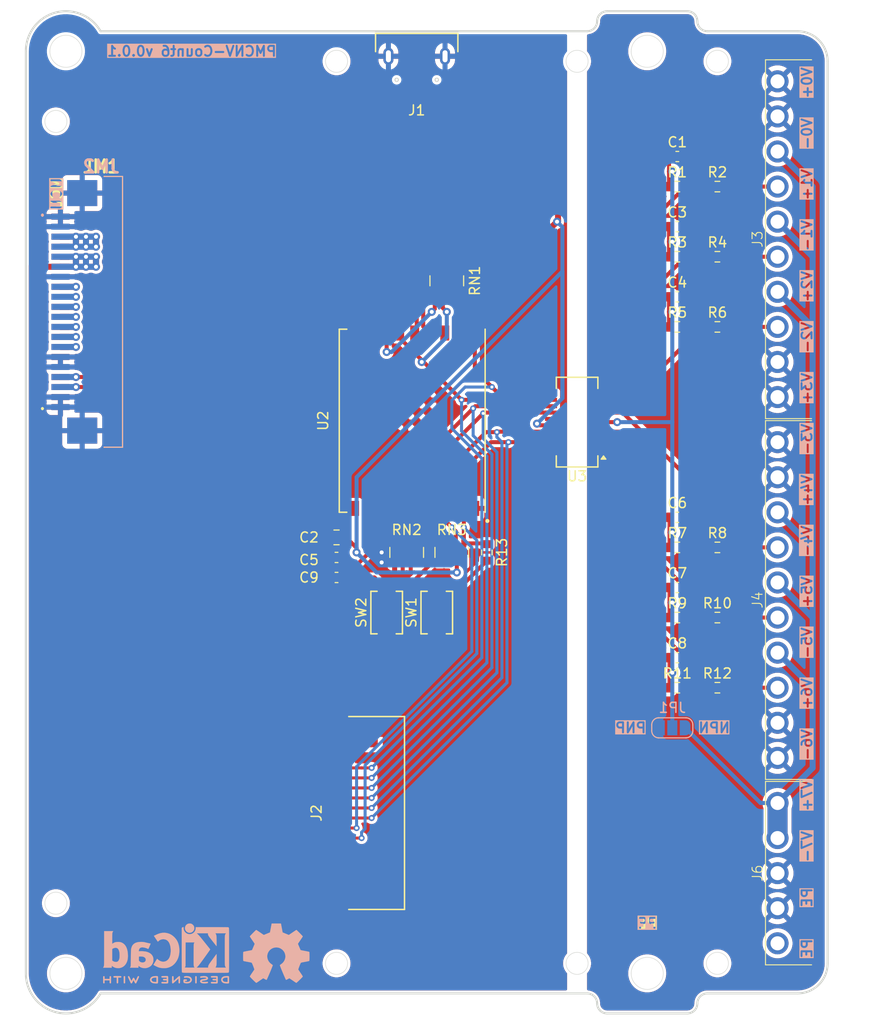
<source format=kicad_pcb>
(kicad_pcb (version 20241229) (generator "pcbnew") (generator_version "9.0")
  (title_block (title "${article} v${version}"))
  (layers (0 "F.Cu" signal) (2 "B.Cu" signal) (13 "F.Paste" user) (15 "B.Paste" user) (5 "F.SilkS" user "F.Silkscreen") (7 "B.SilkS" user "B.Silkscreen") (1 "F.Mask" user) (3 "B.Mask" user) (25 "Edge.Cuts" user))
  (property "article" "PMCNV-Count6")
  (property "version" "0.0.1")
  (net 0 "")
  (net 1 "/CS1_MCU")
  (net 2 "/MOSI_MCU")
  (net 3 "/CS3_MCU")
  (net 4 "/SCK_MCU")
  (net 5 "GND_MCU")
  (net 6 "/CS2_MCU")
  (net 7 "+5V_MCU")
  (net 8 "+3.3V_MCU")
  (net 9 "/CS0_MCU")
  (net 10 "/MISO_MCU")
  (net 11 "/SDA_MCU")
  (net 12 "/SCL_MCU")
  (net 13 "/USB_D-")
  (net 14 "/USB_D+")
  (net 17 "/COM_CNV")
  (net 18 "/a.0_div")
  (net 19 "/a.1_div")
  (net 20 "/a.2_div")
  (net 21 "/a.0_in")
  (net 22 "/a.1_in")
  (net 23 "/a.2_in")
  (net 24 "/a.3")
  (net 25 "/a.2")
  (net 26 "/a.5_div")
  (net 27 "/a.1")
  (net 28 "/a.4_div")
  (net 29 "/a.4")
  (net 30 "/a.5")
  (net 31 "/a.0")
  (net 32 "/a.3_div")
  (net 33 "/a.5_in")
  (net 34 "/a.4_in")
  (net 35 "/a.3_in")
  (net 36 "/PE")
  (net 37 "GND_CNV")
  (net 38 "L+_CNV")
  (net 44 "/EN")
  (net 45 "Net-(R13-Pad1)")
  (net 46 "/LED1")
  (net 49 "Net-(RN1D-R4.2)")
  (net 52 "/LED0")
  (footprint "kicad_inventree_lib:PM-ESP32C3_v0.0.5" (layer "F.Cu") (at 25 100)
    (property "Reference" "U1" (hide yes))
    (property "Value" "~" (hide yes))
    (fp_circle (center 3 -39) (end 4.1 -39) (stroke (width 0.05)) (fill no) (layer "Edge.Cuts"))
    (fp_circle (center 3 39) (end 4.1 39) (stroke (width 0.05)) (fill no) (layer "Edge.Cuts"))
    (fp_circle (center 31 -45) (end 32.1 -45) (stroke (width 0.05)) (fill no) (layer "Edge.Cuts"))
    (fp_circle (center 31 45) (end 32.1 45) (stroke (width 0.05)) (fill no) (layer "Edge.Cuts"))
  )
  (footprint "kicad_inventree_lib:15EDGRC-3.5-05P" (layer "F.Cu") (at 100 143 90)
    (property "Reference" "J6")
    (property "Value" "15EDGRC-3.5-05P")
  )
  (footprint "Resistor_SMD:R_Array_Convex_4x0603" (layer "F.Cu") (at 67 76.9 -90)
    (property "Reference" "RN1")
    (property "Value" "10k")
  )
  (footprint "Resistor_SMD:R_0603_1608Metric" (layer "F.Cu") (at 90 117.5)
    (property "Reference" "R11")
    (property "Value" "750R")
  )
  (footprint "Resistor_SMD:R_0603_1608Metric" (layer "F.Cu") (at 71 104 90)
    (property "Reference" "R13")
    (property "Value" "330R")
  )
  (footprint "Capacitor_SMD:C_0805_2012Metric" (layer "F.Cu") (at 56 102.5 180)
    (property "Reference" "C2")
    (property "Value" "10uF")
  )
  (footprint "Capacitor_SMD:C_0603_1608Metric" (layer "F.Cu") (at 56 104.5 180)
    (property "Reference" "C5")
    (property "Value" "1uF")
  )
  (footprint "kicad_inventree_lib:CONN10_AFA07-S12_JUS" (layer "F.Cu") (at 60 130 90)
    (property "Reference" "J2")
    (property "Value" "AFA07-S12FCC-00")
  )
  (footprint "Resistor_SMD:R_0603_1608Metric" (layer "F.Cu") (at 90 110.5)
    (property "Reference" "R9")
    (property "Value" "750R")
  )
  (footprint "kicad_inventree_lib:MountingHole_M3" (layer "F.Cu") (at 87 146)
    (property "Reference" "H7" (hide yes))
    (property "Value" "MountingHole_M3")
    (fp_circle (center 0 0) (end 1.6 0) (stroke (width 0.05)) (fill no) (layer "Edge.Cuts"))
  )
  (footprint "kicad_inventree_lib:SW_TS-1088_XNP-M" (layer "F.Cu") (at 66 110 90)
    (property "Reference" "SW1")
    (property "Value" "Button")
  )
  (footprint "Resistor_SMD:R_Array_Convex_4x0603" (layer "F.Cu") (at 67.5 104 -90)
    (property "Reference" "RN3")
    (property "Value" "10k")
  )
  (footprint "Resistor_SMD:R_0603_1608Metric" (layer "F.Cu") (at 94 67.5)
    (property "Reference" "R2")
    (property "Value" "2k7")
  )
  (footprint "Resistor_SMD:R_0603_1608Metric" (layer "F.Cu") (at 90 67.5)
    (property "Reference" "R1")
    (property "Value" "750R")
  )
  (footprint "kicad_inventree_lib:PM_LED-xx-v0.0.1" (layer "F.Cu") (at 90 100)
    (property "Reference" "SP1" (hide yes))
    (property "Value" "~")
    (fp_circle (center -10 -45) (end -8.9 -45) (stroke (width 0.05)) (fill no) (layer "Edge.Cuts"))
    (fp_circle (center -10 45) (end -8.9 45) (stroke (width 0.05)) (fill no) (layer "Edge.Cuts"))
    (fp_circle (center 4 -45) (end 5.1 -45) (stroke (width 0.05)) (fill no) (layer "Edge.Cuts"))
    (fp_circle (center 4 45) (end 5.1 45) (stroke (width 0.05)) (fill no) (layer "Edge.Cuts"))
  )
  (footprint "kicad_inventree_lib:SW_TS-1088_XNP-M" (layer "F.Cu") (at 61 110 90)
    (property "Reference" "SW2")
    (property "Value" "Button")
  )
  (footprint "Resistor_SMD:R_0603_1608Metric" (layer "F.Cu") (at 90 81.5)
    (property "Reference" "R5")
    (property "Value" "750R")
  )
  (footprint "Capacitor_SMD:C_0603_1608Metric" (layer "F.Cu") (at 56 106.5 180)
    (property "Reference" "C9")
    (property "Value" "1uF")
  )
  (footprint "Capacitor_SMD:C_0603_1608Metric" (layer "F.Cu") (at 90 71.5)
    (property "Reference" "C3")
    (property "Value" "2.2nF")
  )
  (footprint "Package_SO:SSOP-20_3.9x8.7mm_P0.635mm" (layer "F.Cu") (at 80 91 180)
    (property "Reference" "U3")
    (property "Value" "CA-IS3988P")
  )
  (footprint "kicad_inventree_lib:MountingHole_M3" (layer "F.Cu") (at 87 54)
    (property "Reference" "H4" (hide yes))
    (property "Value" "MountingHole_M3")
    (fp_circle (center 0 0) (end 1.6 0) (stroke (width 0.05)) (fill no) (layer "Edge.Cuts"))
  )
  (footprint "kicad_inventree_lib:MountingHole_M3" (layer "F.Cu") (at 29 54)
    (property "Reference" "H5" (hide yes))
    (property "Value" "MountingHole_M3")
    (fp_circle (center 0 0) (end 1.6 0) (stroke (width 0.05)) (fill no) (layer "Edge.Cuts"))
  )
  (footprint "Resistor_SMD:R_0603_1608Metric" (layer "F.Cu") (at 90 74.5)
    (property "Reference" "R3")
    (property "Value" "750R")
  )
  (footprint "kicad_inventree_lib:CONN5_H83-S1S_XKB" (layer "F.Cu") (at 65.299972 57.35185 180)
    (property "Reference" "J1")
    (property "Value" "U254-051T-4BH83-S1S")
    (fp_circle (center 3.299972 0.504008) (end 3.469972 0.504008) (stroke (width 0.1)) (fill no) (layer "Edge.Cuts"))
    (fp_circle (center -0.700028 0.504008) (end -0.530028 0.504008) (stroke (width 0.1)) (fill no) (layer "Edge.Cuts"))
  )
  (footprint "Resistor_SMD:R_Array_Convex_4x0603" (layer "F.Cu") (at 63 104 90)
    (property "Reference" "RN2")
    (property "Value" "10k")
  )
  (footprint "Capacitor_SMD:C_0603_1608Metric" (layer "F.Cu") (at 90 64.5)
    (property "Reference" "C1")
    (property "Value" "2.2nF")
  )
  (footprint "Resistor_SMD:R_0603_1608Metric" (layer "F.Cu") (at 94 74.5)
    (property "Reference" "R4")
    (property "Value" "2k7")
  )
  (footprint "Capacitor_SMD:C_0603_1608Metric" (layer "F.Cu") (at 90 114.5)
    (property "Reference" "C8")
    (property "Value" "2.2nF")
  )
  (footprint "kicad_inventree_lib:15EDGRC-3.5-10P" (layer "F.Cu") (at 100 124.5 90)
    (property "Reference" "J4")
    (property "Value" "15EDGRC-3.5-10P")
  )
  (footprint "Resistor_SMD:R_0603_1608Metric" (layer "F.Cu") (at 94 81.5)
    (property "Reference" "R6")
    (property "Value" "2k7")
  )
  (footprint "Resistor_SMD:R_0603_1608Metric" (layer "F.Cu") (at 94 110.5)
    (property "Reference" "R10")
    (property "Value" "2k7")
  )
  (footprint "kicad_inventree_lib:ESP32-C3-WROOM-02U_EXP" (layer "F.Cu") (at 63.55 90.86 90)
    (property "Reference" "U2")
    (property "Value" "ESP32-C3-WROOM-02U-N4")
  )
  (footprint "kicad_inventree_lib:AFA07S20FCA00" (layer "F.Cu") (at 32 80 90)
    (property "Reference" "JM1")
    (property "Value" "AFA07-S20FCC-00" (hide yes))
  )
  (footprint "kicad_inventree_lib:MountingHole_M3" (layer "F.Cu") (at 29 146)
    (property "Reference" "H6" (hide yes))
    (property "Value" "MountingHole_M3")
    (fp_circle (center 0 0) (end 1.6 0) (stroke (width 0.05)) (fill no) (layer "Edge.Cuts"))
  )
  (footprint "Resistor_SMD:R_0603_1608Metric" (layer "F.Cu") (at 94 103.5)
    (property "Reference" "R8")
    (property "Value" "2k7")
  )
  (footprint "Capacitor_SMD:C_0603_1608Metric" (layer "F.Cu") (at 90 78.5)
    (property "Reference" "C4")
    (property "Value" "2.2nF")
  )
  (footprint "Resistor_SMD:R_0603_1608Metric" (layer "F.Cu") (at 90 103.5)
    (property "Reference" "R7")
    (property "Value" "750R")
  )
  (footprint "Capacitor_SMD:C_0603_1608Metric" (layer "F.Cu") (at 90 107.5)
    (property "Reference" "C7")
    (property "Value" "2.2nF")
  )
  (footprint "Resistor_SMD:R_0603_1608Metric" (layer "F.Cu") (at 94 117.5)
    (property "Reference" "R12")
    (property "Value" "2k7")
  )
  (footprint "Capacitor_SMD:C_0603_1608Metric" (layer "F.Cu") (at 90 100.5)
    (property "Reference" "C6")
    (property "Value" "2.2nF")
  )
  (footprint "kicad_inventree_lib:15EDGRC-3.5-10P" (layer "F.Cu") (at 100 88.5 90)
    (property "Reference" "J3")
    (property "Value" "15EDGRC-3.5-10P")
  )
  (footprint "kicad_inventree_lib:SolderJumper-3_P1.3mm_Open_RoundedPad1.0x1.5mm" (layer "B.Cu") (at 89.5 121.5)
    (property "Reference" "JP1")
    (property "Value" "SolderJumper_3_Open")
  )
  (footprint "Symbol:KiCad-Logo2_5mm_SilkScreen" (layer "B.Cu") (at 39 144 180)
    (property "Reference" "kicad_logo" (hide yes))
    (property "Value" "KiCad-Logo2_5mm_SilkScreen" (hide yes))
  )
  (footprint "kicad_inventree_lib:AFA07S20FCA00" (layer "B.Cu") (at 32 80 -90)
    (property "Reference" "JM2")
    (property "Value" "AFA07-S20FCC-00" (hide yes))
  )
  (footprint "Symbol:OSHW-Symbol_6.7x6mm_SilkScreen" (layer "B.Cu") (at 50 144 180)
    (property "Reference" "oshw_logo" (hide yes))
    (property "Value" "OSHW-Symbol_6.7x6mm_SilkScreen" (hide yes))
  )
  (gr_arc (start 92 149) (mid 91.707107 149.707107) (end 91 150) (stroke (width 0.2)) (layer "Edge.Cuts"))
  (gr_line (start 91 50) (end 83 50) (stroke (width 0.2)) (layer "Edge.Cuts"))
  (gr_line (start 32.464101 52) (end 81 52) (stroke (width 0.2)) (layer "Edge.Cuts"))
  (gr_arc (start 32.464101 148) (mid 27.964724 149.863703) (end 25 146) (stroke (width 0.2)) (layer "Edge.Cuts"))
  (gr_arc (start 82 51) (mid 81.707107 51.707107) (end 81 52) (stroke (width 0.2)) (layer "Edge.Cuts"))
  (gr_line (start 81 148) (end 32.464101 148) (stroke (width 0.2)) (layer "Edge.Cuts"))
  (gr_arc (start 91 50) (mid 91.707107 50.292893) (end 92 51) (stroke (width 0.2)) (layer "Edge.Cuts"))
  (gr_line (start 93 52) (end 102 52) (stroke (width 0.2)) (layer "Edge.Cuts"))
  (gr_line (start 93 148) (end 102 148) (stroke (width 0.2)) (layer "Edge.Cuts"))
  (gr_arc (start 25.000001 54) (mid 27.964724 50.136298) (end 32.464101 52) (stroke (width 0.2)) (layer "Edge.Cuts"))
  (gr_arc (start 102 52) (mid 104.12132 52.87868) (end 105 55) (stroke (width 0.2)) (layer "Edge.Cuts"))
  (gr_line (start 105 55) (end 105 145) (stroke (width 0.2)) (layer "Edge.Cuts"))
  (gr_arc (start 105 145) (mid 104.12132 147.12132) (end 102 148) (stroke (width 0.2)) (layer "Edge.Cuts"))
  (gr_line (start 83 150) (end 91 150) (stroke (width 0.2)) (layer "Edge.Cuts"))
  (gr_line (start 25 146) (end 25 54) (stroke (width 0.2)) (layer "Edge.Cuts"))
  (gr_arc (start 81 148) (mid 81.707107 148.292893) (end 82 149) (stroke (width 0.2)) (layer "Edge.Cuts"))
  (gr_arc (start 82 51) (mid 82.292893 50.292893) (end 83 50) (stroke (width 0.2)) (layer "Edge.Cuts"))
  (gr_arc (start 93 52) (mid 92.292893 51.707107) (end 92 51) (stroke (width 0.2)) (layer "Edge.Cuts"))
  (gr_arc (start 83 150) (mid 82.292893 149.707107) (end 82 149) (stroke (width 0.2)) (layer "Edge.Cuts"))
  (gr_arc (start 92 149) (mid 92.292893 148.292893) (end 93 148) (stroke (width 0.2)) (layer "Edge.Cuts"))
  (gr_text "MCU" (at 27.5 66.5 90) (layer "F.SilkS" knockout) (effects (font (size 1 1) (thickness 0.2) (bold yes)) (justify right top)))
  (gr_text "PE" (at 87 141 0) (layer "F.SilkS" knockout) (effects (font (size 1 1) (thickness 0.2) (bold yes))))
  (gr_text "V1+" (at 102.94 67.31 90) (layer "B.SilkS" knockout) (effects (font (size 1 1) (thickness 0.2) (bold yes)) (justify mirror)))
  (gr_text "V7-" (at 102.94 133.35 90) (layer "B.SilkS" knockout) (effects (font (size 1 1) (thickness 0.2) (bold yes)) (justify mirror)))
  (gr_text "V2-" (at 102.94 82.55 90) (layer "B.SilkS" knockout) (effects (font (size 1 1) (thickness 0.2) (bold yes)) (justify mirror)))
  (gr_text "PNP" (at 87 121.5 0) (layer "B.SilkS" knockout) (effects (font (size 1 1) (thickness 0.2) (bold yes)) (justify left mirror)))
  (gr_text "V5+" (at 102.94 107.95 90) (layer "B.SilkS" knockout) (effects (font (size 1 1) (thickness 0.2) (bold yes)) (justify mirror)))
  (gr_text "MCU" (at 27.5 66.5 90) (layer "B.SilkS" knockout) (effects (font (size 1 1) (thickness 0.2) (bold yes)) (justify left top mirror)))
  (gr_text "V1-" (at 102.94 72.39 90) (layer "B.SilkS" knockout) (effects (font (size 1 1) (thickness 0.2) (bold yes)) (justify mirror)))
  (gr_text "NPN" (at 92 121.5 0) (layer "B.SilkS" knockout) (effects (font (size 1 1) (thickness 0.2) (bold yes)) (justify right mirror)))
  (gr_text "PE" (at 102.94 138.43 90) (layer "B.SilkS" knockout) (effects (font (size 1 1) (thickness 0.2) (bold yes)) (justify mirror)))
  (gr_text "V4+" (at 102.94 97.79 90) (layer "B.SilkS" knockout) (effects (font (size 1 1) (thickness 0.2) (bold yes)) (justify mirror)))
  (gr_text "V7+" (at 102.94 128.27 90) (layer "B.SilkS" knockout) (effects (font (size 1 1) (thickness 0.2) (bold yes)) (justify mirror)))
  (gr_text "V3-" (at 102.94 92.71 90) (layer "B.SilkS" knockout) (effects (font (size 1 1) (thickness 0.2) (bold yes)) (justify mirror)))
  (gr_text "V6-" (at 102.94 123.19 90) (layer "B.SilkS" knockout) (effects (font (size 1 1) (thickness 0.2) (bold yes)) (justify mirror)))
  (gr_text "V3+" (at 102.94 87.63 90) (layer "B.SilkS" knockout) (effects (font (size 1 1) (thickness 0.2) (bold yes)) (justify mirror)))
  (gr_text "V0-" (at 102.94 62.23 90) (layer "B.SilkS" knockout) (effects (font (size 1 1) (thickness 0.2) (bold yes)) (justify mirror)))
  (gr_text "V0+" (at 102.94 57.15 90) (layer "B.SilkS" knockout) (effects (font (size 1 1) (thickness 0.2) (bold yes)) (justify mirror)))
  (gr_text "PE" (at 102.94 143.51 90) (layer "B.SilkS" knockout) (effects (font (size 1 1) (thickness 0.2) (bold yes)) (justify mirror)))
  (gr_text "V6+" (at 102.94 118.11 90) (layer "B.SilkS" knockout) (effects (font (size 1 1) (thickness 0.2) (bold yes)) (justify mirror)))
  (gr_text "V4-" (at 102.94 102.87 90) (layer "B.SilkS" knockout) (effects (font (size 1 1) (thickness 0.2) (bold yes)) (justify mirror)))
  (gr_text "${article} v${version}" (at 33 54 0) (layer "B.SilkS" knockout) (effects (font (size 1 1) (thickness 0.2) (bold yes)) (justify right mirror)))
  (gr_text "V5-" (at 102.94 113.03 90) (layer "B.SilkS" knockout) (effects (font (size 1 1) (thickness 0.2) (bold yes)) (justify mirror)))
  (gr_text "V2+" (at 102.94 77.47 90) (layer "B.SilkS" knockout) (effects (font (size 1 1) (thickness 0.2) (bold yes)) (justify mirror)))
  (gr_text "PE" (at 87 141 -0) (layer "B.SilkS" knockout) (effects (font (size 1 1) (thickness 0.2) (bold yes)) (justify mirror)))
  (segment (start 28.454 81.5) (end 30 81.5) (width 0.6) (layer "F.Cu") (net 1))
  (via (at 30 81.5) (size 0.8) (drill 0.4) (layers "F.Cu" "B.Cu") (net 1))
  (segment (start 30 81.5) (end 28.454 81.5) (width 0.6) (layer "B.Cu") (net 1))
  (segment (start 28.454 77.5) (end 30 77.5) (width 0.6) (layer "F.Cu") (net 2))
  (via (at 30 77.5) (size 0.8) (drill 0.4) (layers "F.Cu" "B.Cu") (net 2))
  (segment (start 30 77.5) (end 28.454 77.5) (width 0.6) (layer "B.Cu") (net 2))
  (segment (start 28.454 83.5) (end 30 83.5) (width 0.6) (layer "F.Cu") (net 3))
  (via (at 30 83.5) (size 0.8) (drill 0.4) (layers "F.Cu" "B.Cu") (net 3))
  (segment (start 30 83.5) (end 28.454 83.5) (width 0.6) (layer "B.Cu") (net 3))
  (segment (start 28.454 79.5) (end 30 79.5) (width 0.6) (layer "F.Cu") (net 4))
  (via (at 30 79.5) (size 0.8) (drill 0.4) (layers "F.Cu" "B.Cu") (net 4))
  (segment (start 30 79.5) (end 28.454 79.5) (width 0.6) (layer "B.Cu") (net 4))
  (via (at 60.5 104) (size 0.8) (drill 0.4) (layers "F.Cu" "B.Cu") (net 5))
  (via (at 60.5 105) (size 0.8) (drill 0.4) (layers "F.Cu" "B.Cu") (net 5))
  (segment (start 28.454 82.5) (end 30 82.5) (width 0.6) (layer "F.Cu") (net 6))
  (via (at 30 82.5) (size 0.8) (drill 0.4) (layers "F.Cu" "B.Cu") (net 6))
  (segment (start 30 82.5) (end 28.454 82.5) (width 0.6) (layer "B.Cu") (net 6))
  (segment (start 30 72.5) (end 30 73.5) (width 0.6) (layer "F.Cu") (net 7))
  (segment (start 28.454 72.5) (end 30 72.5) (width 0.6) (layer "F.Cu") (net 7))
  (segment (start 30 72.5) (end 31 72.5) (width 0.6) (layer "F.Cu") (net 7))
  (segment (start 32 72.5) (end 32 73.5) (width 0.6) (layer "F.Cu") (net 7))
  (segment (start 31 72.5) (end 31 73.5) (width 0.6) (layer "F.Cu") (net 7))
  (segment (start 31 72.5) (end 32 72.5) (width 0.6) (layer "F.Cu") (net 7))
  (segment (start 31 73.5) (end 32 73.5) (width 0.6) (layer "F.Cu") (net 7))
  (segment (start 30 73.5) (end 31 73.5) (width 0.6) (layer "F.Cu") (net 7))
  (segment (start 28.454 73.5) (end 30 73.5) (width 0.6) (layer "F.Cu") (net 7))
  (via (at 32 72.5) (size 0.8) (drill 0.4) (layers "F.Cu" "B.Cu") (net 7))
  (via (at 32 73.5) (size 0.8) (drill 0.4) (layers "F.Cu" "B.Cu") (net 7))
  (via (at 30 72.5) (size 0.8) (drill 0.4) (layers "F.Cu" "B.Cu") (net 7))
  (via (at 31 73.5) (size 0.8) (drill 0.4) (layers "F.Cu" "B.Cu") (net 7))
  (via (at 31 72.5) (size 0.8) (drill 0.4) (layers "F.Cu" "B.Cu") (net 7))
  (via (at 30 73.5) (size 0.8) (drill 0.4) (layers "F.Cu" "B.Cu") (net 7))
  (segment (start 30 73.5) (end 30 72.5) (width 0.6) (layer "B.Cu") (net 7))
  (segment (start 32 73.5) (end 32 72.5) (width 0.6) (layer "B.Cu") (net 7))
  (segment (start 32 72.5) (end 28.454 72.5) (width 0.6) (layer "B.Cu") (net 7))
  (segment (start 31 73.5) (end 31 72.5) (width 0.6) (layer "B.Cu") (net 7))
  (segment (start 32 73.5) (end 28.454 73.5) (width 0.6) (layer "B.Cu") (net 7))
  (segment (start 58 103.55) (end 56.95 102.5) (width 0.4) (layer "F.Cu") (net 8))
  (segment (start 68 106) (end 68 105) (width 0.4) (layer "F.Cu") (net 8))
  (segment (start 76 91.1525) (end 76.165 91.3175) (width 0.4) (layer "F.Cu") (net 8))
  (segment (start 26.5 75.5) (end 26.099 75.099) (width 0.6) (layer "F.Cu") (net 8))
  (segment (start 67.1 104.9) (end 68.7 104.9) (width 0.4) (layer "F.Cu") (net 8))
  (segment (start 28.454 75.5) (end 26.5 75.5) (width 0.6) (layer "F.Cu") (net 8))
  (segment (start 68 105) (end 67.9 104.9) (width 0.4) (layer "F.Cu") (net 8))
  (segment (start 65.899 75.099) (end 65.8 75.198) (width 0.6) (layer "F.Cu") (net 8))
  (segment (start 76.396842 52.896842) (end 78.099 54.599) (width 0.6) (layer "F.Cu") (net 8))
  (segment (start 58 104) (end 58 103.55) (width 0.4) (layer "F.Cu") (net 8))
  (segment (start 78.099 54.599) (end 78.099 70.901) (width 0.6) (layer "F.Cu") (net 8))
  (segment (start 56.775 102.675) (end 56.95 102.5) (width 0.4) (layer "F.Cu") (net 8))
  (segment (start 73.901 75.099) (end 65.899 75.099) (width 0.6) (layer "F.Cu") (net 8))
  (segment (start 56.95 100.460002) (end 57.800002 99.61) (width 0.4) (layer "F.Cu") (net 8))
  (segment (start 31 74.5) (end 31 75.5) (width 0.6) (layer "F.Cu") (net 8))
  (segment (start 31 75.5) (end 32 75.5) (width 0.6) (layer "F.Cu") (net 8))
  (segment (start 28.5 58.5) (end 34.103158 52.896842) (width 0.6) (layer "F.Cu") (net 8))
  (segment (start 28.454 74.5) (end 30 74.5) (width 0.6) (layer "F.Cu") (net 8))
  (segment (start 78 71) (end 73.901 75.099) (width 0.6) (layer "F.Cu") (net 8))
  (segment (start 76.165 91.3175) (end 77.4 91.3175) (width 0.4) (layer "F.Cu") (net 8))
  (segment (start 26.099 75.099) (end 26.099 59.401) (width 0.6) (layer "F.Cu") (net 8))
  (segment (start 30 74.5) (end 31 74.5) (width 0.6) (layer "F.Cu") (net 8))
  (segment (start 34.103158 52.896842) (end 76.396842 52.896842) (width 0.6) (layer "F.Cu") (net 8))
  (segment (start 27 58.5) (end 28.5 58.5) (width 0.6) (layer "F.Cu") (net 8))
  (segment (start 56.775 104.5) (end 56.775 102.675) (width 0.4) (layer "F.Cu") (net 8))
  (segment (start 56.95 102.5) (end 56.95 100.460002) (width 0.4) (layer "F.Cu") (net 8))
  (segment (start 32 74.5) (end 32 75.5) (width 0.6) (layer "F.Cu") (net 8))
  (segment (start 65.8 75.198) (end 65.8 76) (width 0.6) (layer "F.Cu") (net 8))
  (segment (start 31 74.5) (end 32 74.5) (width 0.6) (layer "F.Cu") (net 8))
  (segment (start 78.099 70.901) (end 78 71) (width 0.6) (layer "F.Cu") (net 8))
  (segment (start 28.454 75.5) (end 30 75.5) (width 0.6) (layer "F.Cu") (net 8))
  (segment (start 30 75.5) (end 31 75.5) (width 0.6) (layer "F.Cu") (net 8))
  (segment (start 26.099 59.401) (end 27 58.5) (width 0.6) (layer "F.Cu") (net 8))
  (segment (start 30 74.5) (end 30 75.5) (width 0.6) (layer "F.Cu") (net 8))
  (via (at 30 74.5) (size 0.8) (drill 0.4) (layers "F.Cu" "B.Cu") (net 8))
  (via (at 76 91.1525) (size 0.8) (drill 0.4) (layers "F.Cu" "B.Cu") (net 8))
  (via (at 32 74.5) (size 0.8) (drill 0.4) (layers "F.Cu" "B.Cu") (net 8))
  (via (at 68 106) (size 0.8) (drill 0.4) (layers "F.Cu" "B.Cu") (net 8))
  (via (at 31 74.5) (size 0.8) (drill 0.4) (layers "F.Cu" "B.Cu") (net 8))
  (via (at 78 71) (size 0.8) (drill 0.4) (layers "F.Cu" "B.Cu") (net 8))
  (via (at 30 75.5) (size 0.8) (drill 0.4) (layers "F.Cu" "B.Cu") (net 8))
  (via (at 58 104) (size 0.8) (drill 0.4) (layers "F.Cu" "B.Cu") (net 8))
  (via (at 32 75.5) (size 0.8) (drill 0.4) (layers "F.Cu" "B.Cu") (net 8))
  (via (at 31 75.5) (size 0.8) (drill 0.4) (layers "F.Cu" "B.Cu") (net 8))
  (segment (start 58 96.5) (end 58 104) (width 0.4) (layer "B.Cu") (net 8))
  (segment (start 78.535582 88.616918) (end 78.535582 71.535582) (width 0.4) (layer "B.Cu") (net 8))
  (segment (start 68 106) (end 60 106) (width 0.4) (layer "B.Cu") (net 8))
  (segment (start 60 106) (end 58 104) (width 0.4) (layer "B.Cu") (net 8))
  (segment (start 32 75.5) (end 28.454 75.5) (width 0.6) (layer "B.Cu") (net 8))
  (segment (start 30 74.5) (end 30 75.5) (width 0.6) (layer "B.Cu") (net 8))
  (segment (start 32 74.5) (end 32 75.5) (width 0.6) (layer "B.Cu") (net 8))
  (segment (start 78.535582 88.616918) (end 78.535582 75.964418) (width 0.4) (layer "B.Cu") (net 8))
  (segment (start 78.535582 71.535582) (end 78 71) (width 0.4) (layer "B.Cu") (net 8))
  (segment (start 76 91.1525) (end 78.535582 88.616918) (width 0.4) (layer "B.Cu") (net 8))
  (segment (start 32 74.5) (end 28.454 74.5) (width 0.6) (layer "B.Cu") (net 8))
  (segment (start 78.535582 75.964418) (end 58 96.5) (width 0.4) (layer "B.Cu") (net 8))
  (segment (start 31 74.5) (end 31 75.5) (width 0.6) (layer "B.Cu") (net 8))
  (segment (start 28.454 80.5) (end 30 80.5) (width 0.6) (layer "F.Cu") (net 9))
  (via (at 30 80.5) (size 0.8) (drill 0.4) (layers "F.Cu" "B.Cu") (net 9))
  (segment (start 30 80.5) (end 28.454 80.5) (width 0.6) (layer "B.Cu") (net 9))
  (segment (start 28.454 78.5) (end 30 78.5) (width 0.6) (layer "F.Cu") (net 10))
  (via (at 30 78.5) (size 0.8) (drill 0.4) (layers "F.Cu" "B.Cu") (net 10))
  (segment (start 30 78.5) (end 28.454 78.5) (width 0.6) (layer "B.Cu") (net 10))
  (segment (start 59.299999 81.6142) (end 58.185799 80.5) (width 0.4) (layer "F.Cu") (net 11))
  (segment (start 30 86.5) (end 28.454 86.5) (width 0.4) (layer "F.Cu") (net 11))
  (segment (start 37.5 80.5) (end 31.5 86.5) (width 0.4) (layer "F.Cu") (net 11))
  (segment (start 31.5 86.5) (end 30 86.5) (width 0.4) (layer "F.Cu") (net 11))
  (segment (start 59.299999 82.11) (end 59.299999 81.6142) (width 0.4) (layer "F.Cu") (net 11))
  (segment (start 58.185799 80.5) (end 37.5 80.5) (width 0.4) (layer "F.Cu") (net 11))
  (via (at 30 86.5) (size 0.8) (drill 0.4) (layers "F.Cu" "B.Cu") (net 11))
  (segment (start 30 86.5) (end 28.454 86.5) (width 0.6) (layer "B.Cu") (net 11))
  (segment (start 30 87.5) (end 32 87.5) (width 0.4) (layer "F.Cu") (net 12))
  (segment (start 57.689999 82) (end 57.799999 82.11) (width 0.4) (layer "F.Cu") (net 12))
  (segment (start 32 87.5) (end 37.5 82) (width 0.4) (layer "F.Cu") (net 12))
  (segment (start 37.5 82) (end 57.689999 82) (width 0.4) (layer "F.Cu") (net 12))
  (segment (start 28.454 87.5) (end 30 87.5) (width 0.4) (layer "F.Cu") (net 12))
  (via (at 30 87.5) (size 0.8) (drill 0.4) (layers "F.Cu" "B.Cu") (net 12))
  (segment (start 28.454 87.5) (end 30 87.5) (width 0.6) (layer "B.Cu") (net 12))
  (segment (start 64.649986 81.459986) (end 65.3 82.11) (width 0.4) (layer "F.Cu") (net 13))
  (segment (start 64.649986 57.122958) (end 64.649986 81.459986) (width 0.4) (layer "F.Cu") (net 13))
  (segment (start 64 81.91) (end 64 57.122958) (width 0.4) (layer "F.Cu") (net 14))
  (segment (start 63.8 82.11) (end 64 81.91) (width 0.4) (layer "F.Cu") (net 14))
  (segment (start 89.225 107.5) (end 89.225 109) (width 0.4) (layer "F.Cu") (net 17))
  (segment (start 89.175 78.55) (end 89.225 78.5) (width 0.4) (layer "F.Cu") (net 17))
  (segment (start 89.175 66) (end 89.175 64.55) (width 0.4) (layer "F.Cu") (net 17))
  (segment (start 89.175 64.55) (end 89.225 64.5) (width 0.4) (layer "F.Cu") (net 17))
  (segment (start 89.225 109) (end 89.225 110.45) (width 0.4) (layer "F.Cu") (net 17))
  (segment (start 89.175 73) (end 89.175 71.55) (width 0.4) (layer "F.Cu") (net 17))
  (segment (start 89.225 114.5) (end 89.225 117.45) (width 0.4) (layer "F.Cu") (net 17))
  (segment (start 89.225 103.45) (end 89.175 103.5) (width 0.4) (layer "F.Cu") (net 17))
  (segment (start 89.5 102) (end 89.225 102) (width 0.4) (layer "F.Cu") (net 17))
  (segment (start 89.175 81.5) (end 89.175 80) (width 0.4) (layer "F.Cu") (net 17))
  (segment (start 82.6 90.6825) (end 82.6 91.3175) (width 0.4) (layer "F.Cu") (net 17))
  (segment (start 89.175 74.5) (end 89.175 73) (width 0.4) (layer "F.Cu") (net 17))
  (segment (start 89.5 73) (end 89.175 73) (width 0.4) (layer "F.Cu") (net 17))
  (segment (start 89.175 67.5) (end 89.175 66) (width 0.4) (layer "F.Cu") (net 17))
  (segment (start 89.225 110.45) (end 89.175 110.5) (width 0.4) (layer "F.Cu") (net 17))
  (segment (start 89.5 66) (end 89.175 66) (width 0.4) (layer "F.Cu") (net 17))
  (segment (start 82.9175 91) (end 82.6 91.3175) (width 0.4) (layer "F.Cu") (net 17))
  (segment (start 89.5 116) (end 89.225 116) (width 0.4) (layer "F.Cu") (net 17))
  (segment (start 89.5 80) (end 89.175 80) (width 0.4) (layer "F.Cu") (net 17))
  (segment (start 84 91) (end 82.9175 91) (width 0.4) (layer "F.Cu") (net 17))
  (segment (start 89.225 100.5) (end 89.225 102) (width 0.4) (layer "F.Cu") (net 17))
  (segment (start 89.175 80) (end 89.175 78.55) (width 0.4) (layer "F.Cu") (net 17))
  (segment (start 89.225 117.45) (end 89.175 117.5) (width 0.4) (layer "F.Cu") (net 17))
  (segment (start 89.5 109) (end 89.225 109) (width 0.4) (layer "F.Cu") (net 17))
  (segment (start 89.225 102) (end 89.225 103.45) (width 0.4) (layer "F.Cu") (net 17))
  (segment (start 89.175 71.55) (end 89.225 71.5) (width 0.4) (layer "F.Cu") (net 17))
  (via (at 89.5 73) (size 0.8) (drill 0.4) (layers "F.Cu" "B.Cu") (net 17))
  (via (at 89.5 116) (size 0.8) (drill 0.4) (layers "F.Cu" "B.Cu") (net 17))
  (via (at 84 91) (size 0.8) (drill 0.4) (layers "F.Cu" "B.Cu") (net 17))
  (via (at 89.5 66) (size 0.8) (drill 0.4) (layers "F.Cu" "B.Cu") (net 17))
  (via (at 89.5 102) (size 0.8) (drill 0.4) (layers "F.Cu" "B.Cu") (net 17))
  (via (at 89.5 80) (size 0.8) (drill 0.4) (layers "F.Cu" "B.Cu") (net 17))
  (via (at 89.5 109) (size 0.8) (drill 0.4) (layers "F.Cu" "B.Cu") (net 17))
  (segment (start 89.5 109) (end 89.5 102) (width 0.4) (layer "B.Cu") (net 17))
  (segment (start 89.5 91) (end 84 91) (width 0.4) (layer "B.Cu") (net 17))
  (segment (start 89.5 91) (end 89.5 80) (width 0.4) (layer "B.Cu") (net 17))
  (segment (start 89.5 121.5) (end 89.5 116) (width 0.4) (layer "B.Cu") (net 17))
  (segment (start 89.5 116) (end 89.5 109) (width 0.4) (layer "B.Cu") (net 17))
  (segment (start 89.5 80) (end 89.5 73) (width 0.4) (layer "B.Cu") (net 17))
  (segment (start 89.5 102) (end 89.5 91) (width 0.4) (layer "B.Cu") (net 17))
  (segment (start 89.5 73) (end 89.5 66) (width 0.4) (layer "B.Cu") (net 17))
  (segment (start 93.175 67.5) (end 90.825 67.5) (width 0.4) (layer "F.Cu") (net 18))
  (segment (start 90.825 67.5) (end 90.825 64.55) (width 0.4) (layer "F.Cu") (net 18))
  (segment (start 84.899 73.426) (end 84.899 85.8435) (width 0.4) (layer "F.Cu") (net 18))
  (segment (start 84.899 85.8435) (end 82.6 88.1425) (width 0.4) (layer "F.Cu") (net 18))
  (segment (start 90.825 64.55) (end 90.775 64.5) (width 0.4) (layer "F.Cu") (net 18))
  (segment (start 90.825 67.5) (end 84.899 73.426) (width 0.4) (layer "F.Cu") (net 18))
  (segment (start 90.825 74.5) (end 93.175 74.5) (width 0.4) (layer "F.Cu") (net 19))
  (segment (start 90.825 74.5) (end 85.5 79.825) (width 0.4) (layer "F.Cu") (net 19))
  (segment (start 84.372558 88.7775) (end 82.6 88.7775) (width 0.4) (layer "F.Cu") (net 19))
  (segment (start 90.825 74.5) (end 90.825 71.55) (width 0.4) (layer "F.Cu") (net 19))
  (segment (start 85.5 87.650058) (end 84.372558 88.7775) (width 0.4) (layer "F.Cu") (net 19))
  (segment (start 90.825 71.55) (end 90.775 71.5) (width 0.4) (layer "F.Cu") (net 19))
  (segment (start 85.5 79.825) (end 85.5 87.650058) (width 0.4) (layer "F.Cu") (net 19))
  (segment (start 90.825 81.5) (end 90.825 78.55) (width 0.4) (layer "F.Cu") (net 20))
  (segment (start 82.6 89.4125) (end 84.5875 89.4125) (width 0.4) (layer "F.Cu") (net 20))
  (segment (start 90.825 83.175) (end 90.825 81.5) (width 0.4) (layer "F.Cu") (net 20))
  (segment (start 90.825 81.5) (end 93.175 81.5) (width 0.4) (layer "F.Cu") (net 20))
  (segment (start 84.5875 89.4125) (end 90.825 83.175) (width 0.4) (layer "F.Cu") (net 20))
  (segment (start 90.825 78.55) (end 90.775 78.5) (width 0.4) (layer "F.Cu") (net 20))
  (segment (start 94.825 67.5) (end 100 67.5) (width 0.4) (layer "F.Cu") (net 21))
  (segment (start 94.825 74.5) (end 100 74.5) (width 0.4) (layer "F.Cu") (net 22))
  (segment (start 94.825 81.5) (end 100 81.5) (width 0.4) (layer "F.Cu") (net 23))
  (segment (start 62.3 99.61) (end 62.6 99.91) (width 0.4) (layer "F.Cu") (net 24))
  (segment (start 62.3 99.61) (end 62.3 98.4607) (width 0.4) (layer "F.Cu") (net 24))
  (segment (start 62.3 98.4607) (end 70.63035 90.13035) (width 0.4) (layer "F.Cu") (net 24))
  (segment (start 59.5 128.5) (end 56.444 128.5) (width 0.3) (layer "F.Cu") (net 24))
  (segment (start 62.6 99.91) (end 62.6 103.1) (width 0.4) (layer "F.Cu") (net 24))
  (segment (start 70.7132 90.0475) (end 77.4 90.0475) (width 0.4) (layer "F.Cu") (net 24))
  (segment (start 70.63035 90.13035) (end 70.7132 90.0475) (width 0.4) (layer "F.Cu") (net 24))
  (via (at 59.5 128.5) (size 0.6) (drill 0.3) (layers "F.Cu" "B.Cu") (net 24))
  (via (at 70.63035 90.13035) (size 0.6) (drill 0.3) (layers "F.Cu" "B.Cu") (net 24))
  (segment (start 70.63035 92.63035) (end 72.001 94.001) (width 0.3) (layer "B.Cu") (net 24))
  (segment (start 70.63035 90.13035) (end 70.63035 92.63035) (width 0.3) (layer "B.Cu") (net 24))
  (segment (start 72.001 115.999) (end 59.5 128.5) (width 0.3) (layer "B.Cu") (net 24))
  (segment (start 72.001 94.001) (end 72.001 115.999) (width 0.3) (layer "B.Cu") (net 24))
  (segment (start 59.499998 127.500002) (end 59.5 127.5) (width 0.3) (layer "F.Cu") (net 25))
  (segment (start 69.848201 89.4125) (end 77.4 89.4125) (width 0.4) (layer "F.Cu") (net 25))
  (segment (start 60.800001 99.61) (end 60.800001 102.100001) (width 0.4) (layer "F.Cu") (net 25))
  (segment (start 69.630351 89.630351) (end 69.848201 89.4125) (width 0.4) (layer "F.Cu") (net 25))
  (segment (start 56.444 127.500002) (end 59.499998 127.500002) (width 0.3) (layer "F.Cu") (net 25))
  (segment (start 60.800001 102.100001) (end 61.8 103.1) (width 0.4) (layer "F.Cu") (net 25))
  (segment (start 60.800001 99.61) (end 60.800001 98.4607) (width 0.4) (layer "F.Cu") (net 25))
  (segment (start 60.800001 98.4607) (end 69.630351 89.630351) (width 0.4) (layer "F.Cu") (net 25))
  (via (at 69.630351 89.630351) (size 0.6) (drill 0.3) (layers "F.Cu" "B.Cu") (net 25))
  (via (at 59.5 127.5) (size 0.6) (drill 0.3) (layers "F.Cu" "B.Cu") (net 25))
  (segment (start 69.630351 92.338871) (end 71.5 94.20852) (width 0.3) (layer "B.Cu") (net 25))
  (segment (start 71.5 115.5) (end 59.5 127.5) (width 0.3) (layer "B.Cu") (net 25))
  (segment (start 69.630351 89.630351) (end 69.630351 92.338871) (width 0.3) (layer "B.Cu") (net 25))
  (segment (start 71.5 94.20852) (end 71.5 115.5) (width 0.3) (layer "B.Cu") (net 25))
  (segment (start 90.775 114.5) (end 90.775 117.45) (width 0.4) (layer "F.Cu") (net 26))
  (segment (start 83.6 92.5875) (end 85.399 94.3865) (width 0.4) (layer "F.Cu") (net 26))
  (segment (start 90.775 117.45) (end 90.825 117.5) (width 0.4) (layer "F.Cu") (net 26))
  (segment (start 85.399 109.124) (end 90.775 114.5) (width 0.4) (layer "F.Cu") (net 26))
  (segment (start 85.399 94.3865) (end 85.399 109.124) (width 0.4) (layer "F.Cu") (net 26))
  (segment (start 82.6 92.5875) (end 83.6 92.5875) (width 0.4) (layer "F.Cu") (net 26))
  (segment (start 90.825 117.5) (end 93.175 117.5) (width 0.4) (layer "F.Cu") (net 26))
  (segment (start 77.4 88.7775) (end 68.4717 88.7775) (width 0.4) (layer "F.Cu") (net 27))
  (segment (start 66.6 79.6) (end 67 80) (width 0.4) (layer "F.Cu") (net 27))
  (segment (start 62.3 82.6058) (end 62.3 82.11) (width 0.4) (layer "F.Cu") (net 27))
  (segment (start 66.6 77.8) (end 66.6 79.6) (width 0.4) (layer "F.Cu") (net 27))
  (segment (start 68.4717 88.7775) (end 65.0971 85.4029) (width 0.4) (layer "F.Cu") (net 27))
  (segment (start 59.499996 126.500004) (end 59.5 126.5) (width 0.3) (layer "F.Cu") (net 27))
  (segment (start 65.0971 85.4029) (end 62.3 82.6058) (width 0.4) (layer "F.Cu") (net 27))
  (segment (start 56.444 126.500004) (end 59.499996 126.500004) (width 0.3) (layer "F.Cu") (net 27))
  (via (at 64.5 85) (size 0.8) (drill 0.4) (layers "F.Cu" "B.Cu") (net 27))
  (via (at 59.5 126.5) (size 0.6) (drill 0.3) (layers "F.Cu" "B.Cu") (net 27))
  (via (at 68.4717 88.7775) (size 0.6) (drill 0.3) (layers "F.Cu" "B.Cu") (net 27))
  (via (at 67 80) (size 0.8) (drill 0.4) (layers "F.Cu" "B.Cu") (net 27))
  (segment (start 70.999 94.41604) (end 70.999 115.001) (width 0.3) (layer "B.Cu") (net 27))
  (segment (start 68.4717 88.7775) (end 68.4717 91.88874) (width 0.3) (layer "B.Cu") (net 27))
  (segment (start 67 80) (end 67 82.5) (width 0.4) (layer "B.Cu") (net 27))
  (segment (start 68.4717 91.88874) (end 70.999 94.41604) (width 0.3) (layer "B.Cu") (net 27))
  (segment (start 67 82.5) (end 64.5 85) (width 0.4) (layer "B.Cu") (net 27))
  (segment (start 70.999 115.001) (end 59.5 126.5) (width 0.3) (layer "B.Cu") (net 27))
  (segment (start 90.825 107.55) (end 90.825 110.5) (width 0.4) (layer "F.Cu") (net 28))
  (segment (start 90.825 110.5) (end 93.175 110.5) (width 0.4) (layer "F.Cu") (net 28))
  (segment (start 82.6 91.9525) (end 84.4525 91.9525) (width 0.4) (layer "F.Cu") (net 28))
  (segment (start 86 102.725) (end 90.825 107.55) (width 0.4) (layer "F.Cu") (net 28))
  (segment (start 86 93.5) (end 86 102.725) (width 0.4) (layer "F.Cu") (net 28))
  (segment (start 84.4525 91.9525) (end 86 93.5) (width 0.4) (layer "F.Cu") (net 28))
  (segment (start 63.8 99.1142) (end 63.8 99.61) (width 0.4) (layer "F.Cu") (net 29))
  (segment (start 63.4 103.1) (end 63.4 100.01) (width 0.4) (layer "F.Cu") (net 29))
  (segment (start 63.4 100.01) (end 63.8 99.61) (width 0.4) (layer "F.Cu") (net 29))
  (segment (start 70.9142 92) (end 63.8 99.1142) (width 0.4) (layer "F.Cu") (net 29))
  (segment (start 59.5 129.5) (end 56.444 129.5) (width 0.3) (layer "F.Cu") (net 29))
  (segment (start 72 92) (end 70.9142 92) (width 0.4) (layer "F.Cu") (net 29))
  (segment (start 72 92) (end 72.0475 91.9525) (width 0.4) (layer "F.Cu") (net 29))
  (segment (start 72.0475 91.9525) (end 77.4 91.9525) (width 0.4) (layer "F.Cu") (net 29))
  (via (at 72 92) (size 0.6) (drill 0.3) (layers "F.Cu" "B.Cu") (net 29))
  (via (at 59.5 129.5) (size 0.6) (drill 0.3) (layers "F.Cu" "B.Cu") (net 29))
  (segment (start 72 92.5) (end 72.502 93.002) (width 0.3) (layer "B.Cu") (net 29))
  (segment (start 72.502 116.498) (end 59.5 129.5) (width 0.3) (layer "B.Cu") (net 29))
  (segment (start 72.502 93.002) (end 72.502 116.498) (width 0.3) (layer "B.Cu") (net 29))
  (segment (start 72 92) (end 72 92.5) (width 0.3) (layer "B.Cu") (net 29))
  (segment (start 73.151995 92.99939) (end 74.00061 92.99939) (width 0.4) (layer "F.Cu") (net 30))
  (segment (start 65.3 102) (end 65.3 99.61) (width 0.4) (layer "F.Cu") (net 30))
  (segment (start 56.444 130.5) (end 59.5 130.5) (width 0.3) (layer "F.Cu") (net 30))
  (segment (start 73.151385 93) (end 71.414202 93) (width 0.4) (layer "F.Cu") (net 30))
  (segment (start 64.2 103.1) (end 65.3 102) (width 0.4) (layer "F.Cu") (net 30))
  (segment (start 65.3 99.114202) (end 65.3 99.61) (width 0.4) (layer "F.Cu") (net 30))
  (segment (start 74.4125 92.5875) (end 77.4 92.5875) (width 0.4) (layer "F.Cu") (net 30))
  (segment (start 73.151995 92.99939) (end 73.151385 93) (width 0.4) (layer "F.Cu") (net 30))
  (segment (start 71.414202 93) (end 65.3 99.114202) (width 0.4) (layer "F.Cu") (net 30))
  (segment (start 74.00061 92.99939) (end 74.4125 92.5875) (width 0.4) (layer "F.Cu") (net 30))
  (via (at 73.151995 92.99939) (size 0.6) (drill 0.3) (layers "F.Cu" "B.Cu") (net 30))
  (via (at 59.5 130.5) (size 0.6) (drill 0.3) (layers "F.Cu" "B.Cu") (net 30))
  (segment (start 73.151995 92.99939) (end 73.003 93.148385) (width 0.3) (layer "B.Cu") (net 30))
  (segment (start 73.003 116.997) (end 59.5 130.5) (width 0.3) (layer "B.Cu") (net 30))
  (segment (start 73.003 93.148385) (end 73.003 116.997) (width 0.3) (layer "B.Cu") (net 30))
  (segment (start 58.5 125.5) (end 58.499994 125.500006) (width 0.3) (layer "F.Cu") (net 31))
  (segment (start 69.799998 82.11) (end 69.799998 79.399998) (width 0.4) (layer "F.Cu") (net 31))
  (segment (start 72.1425 88.1425) (end 71.5 87.5) (width 0.4) (layer "F.Cu") (net 31))
  (segment (start 58.499994 125.500006) (end 56.444 125.500006) (width 0.3) (layer "F.Cu") (net 31))
  (segment (start 59.5 125.5) (end 58.5 125.5) (width 0.3) (layer "F.Cu") (net 31))
  (segment (start 69.799998 79.399998) (end 68.2 77.8) (width 0.4) (layer "F.Cu") (net 31))
  (segment (start 69.799998 85.799998) (end 69.799998 82.11) (width 0.4) (layer "F.Cu") (net 31))
  (segment (start 71.5 87.5) (end 69.799998 85.799998) (width 0.4) (layer "F.Cu") (net 31))
  (segment (start 77.4 88.1425) (end 72.1425 88.1425) (width 0.4) (layer "F.Cu") (net 31))
  (via (at 59.5 125.5) (size 0.6) (drill 0.3) (layers "F.Cu" "B.Cu") (net 31))
  (via (at 71.5 87.5) (size 0.6) (drill 0.3) (layers "F.Cu" "B.Cu") (net 31))
  (segment (start 71.5 87.5) (end 68.828546 87.5) (width 0.3) (layer "B.Cu") (net 31))
  (segment (start 68.828546 87.5) (end 67.5 88.828546) (width 0.3) (layer "B.Cu") (net 31))
  (segment (start 70.498 94.62356) (end 70.498 114.502) (width 0.3) (layer "B.Cu") (net 31))
  (segment (start 70.498 114.502) (end 59.5 125.5) (width 0.3) (layer "B.Cu") (net 31))
  (segment (start 67.5 91.62556) (end 70.498 94.62356) (width 0.3) (layer "B.Cu") (net 31))
  (segment (start 67.5 88.828546) (end 67.5 91.62556) (width 0.3) (layer "B.Cu") (net 31))
  (segment (start 84.5475 90.0475) (end 90.775 96.275) (width 0.4) (layer "F.Cu") (net 32))
  (segment (start 90.775 100.5) (end 90.775 103.45) (width 0.4) (layer "F.Cu") (net 32))
  (segment (start 90.775 96.275) (end 90.775 100.5) (width 0.4) (layer "F.Cu") (net 32))
  (segment (start 82.6 90.0475) (end 84.5475 90.0475) (width 0.4) (layer "F.Cu") (net 32))
  (segment (start 90.825 103.5) (end 93.175 103.5) (width 0.4) (layer "F.Cu") (net 32))
  (segment (start 90.775 103.45) (end 90.825 103.5) (width 0.4) (layer "F.Cu") (net 32))
  (segment (start 94.825 117.5) (end 100 117.5) (width 0.4) (layer "F.Cu") (net 33))
  (segment (start 94.825 110.5) (end 100 110.5) (width 0.4) (layer "F.Cu") (net 34))
  (segment (start 94.825 103.5) (end 100 103.5) (width 0.4) (layer "F.Cu") (net 35))
  (segment (start 100 132.5) (end 100 129) (width 2) (layer "F.Cu") (net 38))
  (segment (start 100 129) (end 98.3 129) (width 0.4) (layer "B.Cu") (net 38))
  (segment (start 103.5 110.5) (end 103.5 103.5) (width 0.6) (layer "B.Cu") (net 38))
  (segment (start 103.5 110.5) (end 100 107) (width 0.6) (layer "B.Cu") (net 38))
  (segment (start 98.3 129) (end 90.8 121.5) (width 0.4) (layer "B.Cu") (net 38))
  (segment (start 103.5 81.5) (end 103.5 74.5) (width 0.6) (layer "B.Cu") (net 38))
  (segment (start 103.5 103.5) (end 103.5 81.5) (width 0.6) (layer "B.Cu") (net 38))
  (segment (start 103.5 103.5) (end 100 100) (width 0.6) (layer "B.Cu") (net 38))
  (segment (start 103.5 67.5) (end 100 64) (width 0.6) (layer "B.Cu") (net 38))
  (segment (start 103.5 81.5) (end 100 78) (width 0.6) (layer "B.Cu") (net 38))
  (segment (start 103.5 125.5) (end 103.5 117.5) (width 0.6) (layer "B.Cu") (net 38))
  (segment (start 103.5 74.5) (end 100 71) (width 0.6) (layer "B.Cu") (net 38))
  (segment (start 103.5 117.5) (end 100 114) (width 0.6) (layer "B.Cu") (net 38))
  (segment (start 100 129) (end 103.5 125.5) (width 0.6) (layer "B.Cu") (net 38))
  (segment (start 100 129) (end 100 132.5) (width 2) (layer "B.Cu") (net 38))
  (segment (start 103.5 117.5) (end 103.5 110.5) (width 0.6) (layer "B.Cu") (net 38))
  (segment (start 103.5 74.5) (end 103.5 67.5) (width 0.6) (layer "B.Cu") (net 38))
  (segment (start 59.300001 99.61) (end 59.300001 103.974999) (width 0.4) (layer "F.Cu") (net 44))
  (segment (start 63 107) (end 61.714 107) (width 0.4) (layer "F.Cu") (net 44))
  (segment (start 63 107) (end 63.552 107) (width 0.4) (layer "F.Cu") (net 44))
  (segment (start 67.1 103.752) (end 67.1 103.1) (width 0.4) (layer "F.Cu") (net 44))
  (segment (start 66.852 104) (end 67.1 103.752) (width 0.4) (layer "F.Cu") (net 44))
  (segment (start 59.300001 103.974999) (end 56.775 106.5) (width 0.4) (layer "F.Cu") (net 44))
  (segment (start 63.552 107) (end 65.5 105.052) (width 0.4) (layer "F.Cu") (net 44))
  (segment (start 65.5 104) (end 66.852 104) (width 0.4) (layer "F.Cu") (net 44))
  (segment (start 61 107.714) (end 59.786 106.5) (width 0.4) (layer "F.Cu") (net 44))
  (segment (start 59.786 106.5) (end 56.775 106.5) (width 0.4) (layer "F.Cu") (net 44))
  (segment (start 61.714 107) (end 61 107.714) (width 0.4) (layer "F.Cu") (net 44))
  (segment (start 65.5 105.052) (end 65.5 104) (width 0.4) (layer "F.Cu") (net 44))
  (segment (start 71 104.825) (end 68.111 107.714) (width 0.4) (layer "F.Cu") (net 45))
  (segment (start 68.111 107.714) (end 66 107.714) (width 0.4) (layer "F.Cu") (net 45))
  (segment (start 68.7 103.1) (end 70.925 103.1) (width 0.4) (layer "F.Cu") (net 46))
  (segment (start 56.444002 132.5) (end 56.444 132.499998) (width 0.3) (layer "F.Cu") (net 46))
  (segment (start 70.925 103.1) (end 71 103.175) (width 0.4) (layer "F.Cu") (net 46))
  (segment (start 68.7 101.5) (end 68.7 100.009999) (width 0.4) (layer "F.Cu") (net 46))
  (segment (start 68.7 103.1) (end 68.7 101.5) (width 0.4) (layer "F.Cu") (net 46))
  (segment (start 68.7 100.009999) (end 68.300001 99.61) (width 0.4) (layer "F.Cu") (net 46))
  (segment (start 58.5 132.5) (end 56.444002 132.5) (width 0.3) (layer "F.Cu") (net 46))
  (via (at 58.5 132.5) (size 0.6) (drill 0.3) (layers "F.Cu" "B.Cu") (net 46))
  (via (at 68.7 101.5) (size 0.6) (drill 0.3) (layers "F.Cu" "B.Cu") (net 46))
  (segment (start 68.7 101.5) (end 69.997 102.797) (width 0.3) (layer "B.Cu") (net 46))
  (segment (start 69.997 102.797) (end 69.997 114.082346) (width 0.3) (layer "B.Cu") (net 46))
  (segment (start 58.849 131.571654) (end 58.5 131.920654) (width 0.3) (layer "B.Cu") (net 46))
  (segment (start 69.997 114.082346) (end 58.849 125.230346) (width 0.3) (layer "B.Cu") (net 46))
  (segment (start 58.5 131.920654) (end 58.5 132.5) (width 0.3) (layer "B.Cu") (net 46))
  (segment (start 58.849 125.230346) (end 58.849 131.571654) (width 0.3) (layer "B.Cu") (net 46))
  (segment (start 65.8 79.7) (end 65.5 80) (width 0.4) (layer "F.Cu") (net 49))
  (segment (start 61 84) (end 61 82.310002) (width 0.4) (layer "F.Cu") (net 49))
  (segment (start 61 82.310002) (end 60.799998 82.11) (width 0.4) (layer "F.Cu") (net 49))
  (segment (start 65.8 77.8) (end 65.8 79.7) (width 0.4) (layer "F.Cu") (net 49))
  (via (at 65.5 80) (size 0.8) (drill 0.4) (layers "F.Cu" "B.Cu") (net 49))
  (via (at 61 84) (size 0.8) (drill 0.4) (layers "F.Cu" "B.Cu") (net 49))
  (segment (start 61.5 84) (end 61 84) (width 0.4) (layer "B.Cu") (net 49))
  (segment (start 65.5 80) (end 61.5 84) (width 0.4) (layer "B.Cu") (net 49))
  (segment (start 58 131.5) (end 56.444 131.5) (width 0.3) (layer "F.Cu") (net 52))
  (segment (start 67.5 101.5) (end 66.800002 100.800002) (width 0.4) (layer "F.Cu") (net 52))
  (segment (start 67.9 101.9) (end 67.5 101.5) (width 0.4) (layer "F.Cu") (net 52))
  (segment (start 67.9 103.1) (end 67.9 101.9) (width 0.4) (layer "F.Cu") (net 52))
  (segment (start 66.800002 100.800002) (end 66.800002 99.61) (width 0.4) (layer "F.Cu") (net 52))
  (via (at 67.5 101.5) (size 0.6) (drill 0.3) (layers "F.Cu" "B.Cu") (net 52))
  (via (at 58 131.5) (size 0.6) (drill 0.3) (layers "F.Cu" "B.Cu") (net 52))
  (segment (start 69.496 103.496) (end 67.5 101.5) (width 0.3) (layer "B.Cu") (net 52))
  (segment (start 58 131.5) (end 58 125.370826) (width 0.3) (layer "B.Cu") (net 52))
  (segment (start 58 125.370826) (end 69.496 113.874826) (width 0.3) (layer "B.Cu") (net 52))
  (segment (start 69.496 113.874826) (end 69.496 103.496) (width 0.3) (layer "B.Cu") (net 52))
  (zone (net 5) (net_name "GND_MCU") (layers "F.Cu" "B.Cu") (connect_pads (clearance 0.3)) (min_thickness 0.25) (fill yes (thermal_gap 0.5) (thermal_bridge_width 0.5))
    (polygon (pts (xy 79 49) (xy 79 150) (xy 25 150) (xy 25 49)))
  )
  (zone (net 37) (net_name "GND_CNV") (layers "F.Cu" "B.Cu") (priority 1) (connect_pads (clearance 0.4)) (min_thickness 0.25) (fill yes (thermal_gap 0.5) (thermal_bridge_width 0.5))
    (polygon (pts (xy 81 49) (xy 105 49) (xy 105 150) (xy 81 150)))
  )
  (zone (net 0) (net_name "") (layers "F.Cu" "B.Cu") (connect_pads (clearance 0)) (min_thickness 0.25)
    (keepout (tracks not_allowed) (vias not_allowed) (pads not_allowed) (copperpour not_allowed) (footprints allowed))
    (fill (thermal_gap 0.5) (thermal_bridge_width 0.5))
    (polygon (pts (xy 79 49) (xy 81 49) (xy 81 150) (xy 79 150)))
  )
)
</source>
